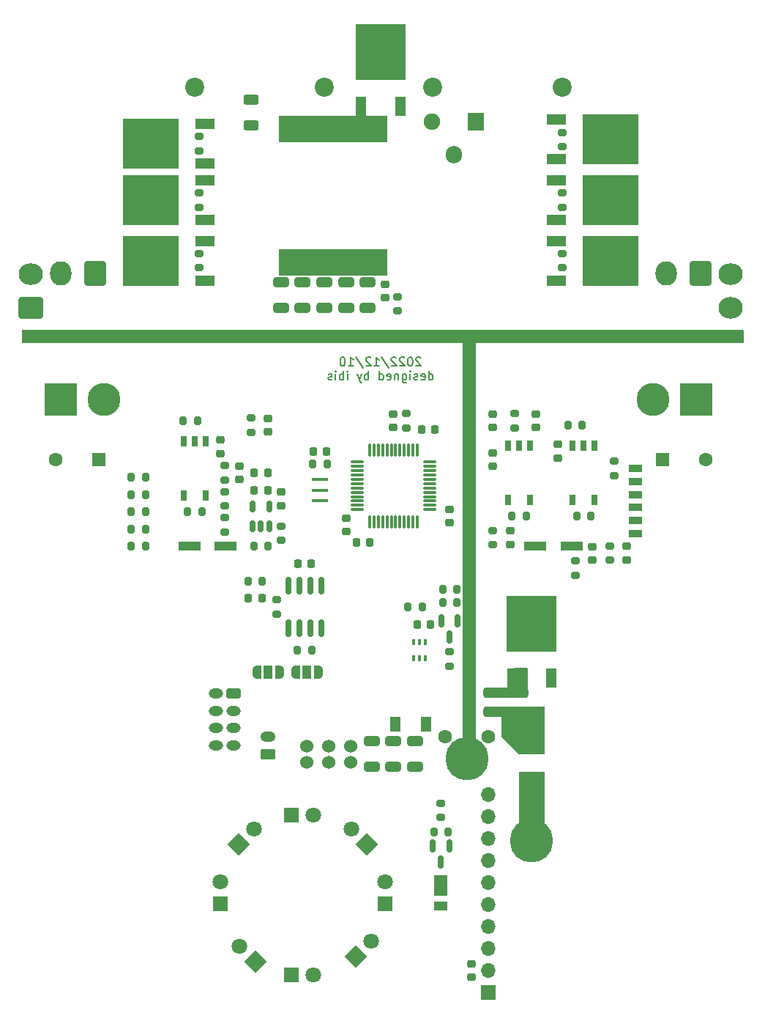
<source format=gbr>
G04 #@! TF.GenerationSoftware,KiCad,Pcbnew,(6.0.8)*
G04 #@! TF.CreationDate,2022-12-10T09:46:59+09:00*
G04 #@! TF.ProjectId,ORION_boost_v3,4f52494f-4e5f-4626-9f6f-73745f76332e,rev?*
G04 #@! TF.SameCoordinates,Original*
G04 #@! TF.FileFunction,Soldermask,Bot*
G04 #@! TF.FilePolarity,Negative*
%FSLAX46Y46*%
G04 Gerber Fmt 4.6, Leading zero omitted, Abs format (unit mm)*
G04 Created by KiCad (PCBNEW (6.0.8)) date 2022-12-10 09:46:59*
%MOMM*%
%LPD*%
G01*
G04 APERTURE LIST*
G04 Aperture macros list*
%AMRoundRect*
0 Rectangle with rounded corners*
0 $1 Rounding radius*
0 $2 $3 $4 $5 $6 $7 $8 $9 X,Y pos of 4 corners*
0 Add a 4 corners polygon primitive as box body*
4,1,4,$2,$3,$4,$5,$6,$7,$8,$9,$2,$3,0*
0 Add four circle primitives for the rounded corners*
1,1,$1+$1,$2,$3*
1,1,$1+$1,$4,$5*
1,1,$1+$1,$6,$7*
1,1,$1+$1,$8,$9*
0 Add four rect primitives between the rounded corners*
20,1,$1+$1,$2,$3,$4,$5,0*
20,1,$1+$1,$4,$5,$6,$7,0*
20,1,$1+$1,$6,$7,$8,$9,0*
20,1,$1+$1,$8,$9,$2,$3,0*%
%AMRotRect*
0 Rectangle, with rotation*
0 The origin of the aperture is its center*
0 $1 length*
0 $2 width*
0 $3 Rotation angle, in degrees counterclockwise*
0 Add horizontal line*
21,1,$1,$2,0,0,$3*%
%AMFreePoly0*
4,1,22,0.550000,-0.750000,0.000000,-0.750000,0.000000,-0.745033,-0.079941,-0.743568,-0.215256,-0.701293,-0.333266,-0.622738,-0.424486,-0.514219,-0.481581,-0.384460,-0.499164,-0.250000,-0.500000,-0.250000,-0.500000,0.250000,-0.499164,0.250000,-0.499963,0.256109,-0.478152,0.396186,-0.417904,0.524511,-0.324060,0.630769,-0.204165,0.706417,-0.067858,0.745374,0.000000,0.744959,0.000000,0.750000,
0.550000,0.750000,0.550000,-0.750000,0.550000,-0.750000,$1*%
%AMFreePoly1*
4,1,20,0.000000,0.744959,0.073905,0.744508,0.209726,0.703889,0.328688,0.626782,0.421226,0.519385,0.479903,0.390333,0.500000,0.250000,0.500000,-0.250000,0.499851,-0.262216,0.476331,-0.402017,0.414519,-0.529596,0.319384,-0.634700,0.198574,-0.708877,0.061801,-0.746166,0.000000,-0.745033,0.000000,-0.750000,-0.550000,-0.750000,-0.550000,0.750000,0.000000,0.750000,0.000000,0.744959,
0.000000,0.744959,$1*%
G04 Aperture macros list end*
%ADD10C,0.150000*%
%ADD11O,2.800000X2.460000*%
%ADD12R,3.800000X3.800000*%
%ADD13C,3.800000*%
%ADD14RoundRect,0.250000X0.625000X-0.350000X0.625000X0.350000X-0.625000X0.350000X-0.625000X-0.350000X0*%
%ADD15O,1.750000X1.200000*%
%ADD16C,1.524000*%
%ADD17RoundRect,0.250000X-0.575000X0.350000X-0.575000X-0.350000X0.575000X-0.350000X0.575000X0.350000X0*%
%ADD18O,1.650000X1.200000*%
%ADD19R,1.700000X1.700000*%
%ADD20O,1.700000X1.700000*%
%ADD21RoundRect,0.500000X-0.500000X2.000000X-0.500000X-2.000000X0.500000X-2.000000X0.500000X2.000000X0*%
%ADD22RoundRect,0.250000X1.150000X-0.980000X1.150000X0.980000X-1.150000X0.980000X-1.150000X-0.980000X0*%
%ADD23C,5.000000*%
%ADD24RoundRect,0.225000X0.575000X-0.225000X0.575000X0.225000X-0.575000X0.225000X-0.575000X-0.225000X0*%
%ADD25R,1.600000X1.600000*%
%ADD26C,1.600000*%
%ADD27RoundRect,0.200000X-0.200000X-0.275000X0.200000X-0.275000X0.200000X0.275000X-0.200000X0.275000X0*%
%ADD28RoundRect,0.250000X-0.625000X0.312500X-0.625000X-0.312500X0.625000X-0.312500X0.625000X0.312500X0*%
%ADD29R,2.580000X1.000000*%
%ADD30R,2.200000X1.200000*%
%ADD31R,6.400000X5.800000*%
%ADD32R,1.200000X1.200000*%
%ADD33R,1.000000X1.200000*%
%ADD34FreePoly0,0.000000*%
%ADD35R,1.000000X1.500000*%
%ADD36FreePoly1,0.000000*%
%ADD37RoundRect,0.200000X0.200000X0.275000X-0.200000X0.275000X-0.200000X-0.275000X0.200000X-0.275000X0*%
%ADD38RoundRect,0.225000X-0.225000X-0.250000X0.225000X-0.250000X0.225000X0.250000X-0.225000X0.250000X0*%
%ADD39RoundRect,0.200000X0.275000X-0.200000X0.275000X0.200000X-0.275000X0.200000X-0.275000X-0.200000X0*%
%ADD40RoundRect,0.150000X0.150000X-0.512500X0.150000X0.512500X-0.150000X0.512500X-0.150000X-0.512500X0*%
%ADD41RoundRect,0.200000X-0.275000X0.200000X-0.275000X-0.200000X0.275000X-0.200000X0.275000X0.200000X0*%
%ADD42RoundRect,0.225000X-0.250000X0.225000X-0.250000X-0.225000X0.250000X-0.225000X0.250000X0.225000X0*%
%ADD43RoundRect,0.250000X0.980000X1.150000X-0.980000X1.150000X-0.980000X-1.150000X0.980000X-1.150000X0*%
%ADD44O,2.460000X2.800000*%
%ADD45RotRect,1.800000X1.800000X45.000000*%
%ADD46C,1.800000*%
%ADD47RoundRect,0.250000X0.650000X-0.325000X0.650000X0.325000X-0.650000X0.325000X-0.650000X-0.325000X0*%
%ADD48RotRect,1.800000X1.800000X135.000000*%
%ADD49RoundRect,0.225000X0.250000X-0.225000X0.250000X0.225000X-0.250000X0.225000X-0.250000X-0.225000X0*%
%ADD50R,1.500000X2.400000*%
%ADD51R,1.500000X1.050000*%
%ADD52R,0.400000X0.650000*%
%ADD53RoundRect,0.225000X0.225000X0.250000X-0.225000X0.250000X-0.225000X-0.250000X0.225000X-0.250000X0*%
%ADD54RoundRect,0.250000X-0.650000X0.325000X-0.650000X-0.325000X0.650000X-0.325000X0.650000X0.325000X0*%
%ADD55R,1.900000X0.400000*%
%ADD56C,2.200000*%
%ADD57R,0.800000X1.200000*%
%ADD58RoundRect,0.150000X-0.150000X0.825000X-0.150000X-0.825000X0.150000X-0.825000X0.150000X0.825000X0*%
%ADD59R,1.800000X1.800000*%
%ADD60RoundRect,0.150000X-0.150000X0.587500X-0.150000X-0.587500X0.150000X-0.587500X0.150000X0.587500X0*%
%ADD61R,1.200000X2.200000*%
%ADD62R,5.800000X6.400000*%
%ADD63R,1.300000X1.700000*%
%ADD64RoundRect,0.218750X0.218750X0.256250X-0.218750X0.256250X-0.218750X-0.256250X0.218750X-0.256250X0*%
%ADD65RoundRect,0.250000X2.350000X-0.325000X2.350000X0.325000X-2.350000X0.325000X-2.350000X-0.325000X0*%
%ADD66RoundRect,0.075000X-0.662500X-0.075000X0.662500X-0.075000X0.662500X0.075000X-0.662500X0.075000X0*%
%ADD67RoundRect,0.075000X-0.075000X-0.662500X0.075000X-0.662500X0.075000X0.662500X-0.075000X0.662500X0*%
%ADD68R,12.500000X3.150000*%
%ADD69R,1.905000X2.000000*%
%ADD70O,1.905000X2.000000*%
%ADD71C,1.905000*%
%ADD72RoundRect,0.218750X0.256250X-0.218750X0.256250X0.218750X-0.256250X0.218750X-0.256250X-0.218750X0*%
%ADD73RoundRect,0.218750X-0.218750X-0.256250X0.218750X-0.256250X0.218750X0.256250X-0.218750X0.256250X0*%
G04 APERTURE END LIST*
D10*
X129666666Y-84242619D02*
X129619047Y-84195000D01*
X129523809Y-84147380D01*
X129285714Y-84147380D01*
X129190476Y-84195000D01*
X129142857Y-84242619D01*
X129095238Y-84337857D01*
X129095238Y-84433095D01*
X129142857Y-84575952D01*
X129714285Y-85147380D01*
X129095238Y-85147380D01*
X128476190Y-84147380D02*
X128380952Y-84147380D01*
X128285714Y-84195000D01*
X128238095Y-84242619D01*
X128190476Y-84337857D01*
X128142857Y-84528333D01*
X128142857Y-84766428D01*
X128190476Y-84956904D01*
X128238095Y-85052142D01*
X128285714Y-85099761D01*
X128380952Y-85147380D01*
X128476190Y-85147380D01*
X128571428Y-85099761D01*
X128619047Y-85052142D01*
X128666666Y-84956904D01*
X128714285Y-84766428D01*
X128714285Y-84528333D01*
X128666666Y-84337857D01*
X128619047Y-84242619D01*
X128571428Y-84195000D01*
X128476190Y-84147380D01*
X127761904Y-84242619D02*
X127714285Y-84195000D01*
X127619047Y-84147380D01*
X127380952Y-84147380D01*
X127285714Y-84195000D01*
X127238095Y-84242619D01*
X127190476Y-84337857D01*
X127190476Y-84433095D01*
X127238095Y-84575952D01*
X127809523Y-85147380D01*
X127190476Y-85147380D01*
X126809523Y-84242619D02*
X126761904Y-84195000D01*
X126666666Y-84147380D01*
X126428571Y-84147380D01*
X126333333Y-84195000D01*
X126285714Y-84242619D01*
X126238095Y-84337857D01*
X126238095Y-84433095D01*
X126285714Y-84575952D01*
X126857142Y-85147380D01*
X126238095Y-85147380D01*
X125095238Y-84099761D02*
X125952380Y-85385476D01*
X124238095Y-85147380D02*
X124809523Y-85147380D01*
X124523809Y-85147380D02*
X124523809Y-84147380D01*
X124619047Y-84290238D01*
X124714285Y-84385476D01*
X124809523Y-84433095D01*
X123857142Y-84242619D02*
X123809523Y-84195000D01*
X123714285Y-84147380D01*
X123476190Y-84147380D01*
X123380952Y-84195000D01*
X123333333Y-84242619D01*
X123285714Y-84337857D01*
X123285714Y-84433095D01*
X123333333Y-84575952D01*
X123904761Y-85147380D01*
X123285714Y-85147380D01*
X122142857Y-84099761D02*
X123000000Y-85385476D01*
X121285714Y-85147380D02*
X121857142Y-85147380D01*
X121571428Y-85147380D02*
X121571428Y-84147380D01*
X121666666Y-84290238D01*
X121761904Y-84385476D01*
X121857142Y-84433095D01*
X120666666Y-84147380D02*
X120571428Y-84147380D01*
X120476190Y-84195000D01*
X120428571Y-84242619D01*
X120380952Y-84337857D01*
X120333333Y-84528333D01*
X120333333Y-84766428D01*
X120380952Y-84956904D01*
X120428571Y-85052142D01*
X120476190Y-85099761D01*
X120571428Y-85147380D01*
X120666666Y-85147380D01*
X120761904Y-85099761D01*
X120809523Y-85052142D01*
X120857142Y-84956904D01*
X120904761Y-84766428D01*
X120904761Y-84528333D01*
X120857142Y-84337857D01*
X120809523Y-84242619D01*
X120761904Y-84195000D01*
X120666666Y-84147380D01*
X130571428Y-86757380D02*
X130571428Y-85757380D01*
X130571428Y-86709761D02*
X130666666Y-86757380D01*
X130857142Y-86757380D01*
X130952380Y-86709761D01*
X131000000Y-86662142D01*
X131047619Y-86566904D01*
X131047619Y-86281190D01*
X131000000Y-86185952D01*
X130952380Y-86138333D01*
X130857142Y-86090714D01*
X130666666Y-86090714D01*
X130571428Y-86138333D01*
X129714285Y-86709761D02*
X129809523Y-86757380D01*
X130000000Y-86757380D01*
X130095238Y-86709761D01*
X130142857Y-86614523D01*
X130142857Y-86233571D01*
X130095238Y-86138333D01*
X130000000Y-86090714D01*
X129809523Y-86090714D01*
X129714285Y-86138333D01*
X129666666Y-86233571D01*
X129666666Y-86328809D01*
X130142857Y-86424047D01*
X129285714Y-86709761D02*
X129190476Y-86757380D01*
X129000000Y-86757380D01*
X128904761Y-86709761D01*
X128857142Y-86614523D01*
X128857142Y-86566904D01*
X128904761Y-86471666D01*
X129000000Y-86424047D01*
X129142857Y-86424047D01*
X129238095Y-86376428D01*
X129285714Y-86281190D01*
X129285714Y-86233571D01*
X129238095Y-86138333D01*
X129142857Y-86090714D01*
X129000000Y-86090714D01*
X128904761Y-86138333D01*
X128428571Y-86757380D02*
X128428571Y-86090714D01*
X128428571Y-85757380D02*
X128476190Y-85805000D01*
X128428571Y-85852619D01*
X128380952Y-85805000D01*
X128428571Y-85757380D01*
X128428571Y-85852619D01*
X127523809Y-86090714D02*
X127523809Y-86900238D01*
X127571428Y-86995476D01*
X127619047Y-87043095D01*
X127714285Y-87090714D01*
X127857142Y-87090714D01*
X127952380Y-87043095D01*
X127523809Y-86709761D02*
X127619047Y-86757380D01*
X127809523Y-86757380D01*
X127904761Y-86709761D01*
X127952380Y-86662142D01*
X128000000Y-86566904D01*
X128000000Y-86281190D01*
X127952380Y-86185952D01*
X127904761Y-86138333D01*
X127809523Y-86090714D01*
X127619047Y-86090714D01*
X127523809Y-86138333D01*
X127047619Y-86090714D02*
X127047619Y-86757380D01*
X127047619Y-86185952D02*
X127000000Y-86138333D01*
X126904761Y-86090714D01*
X126761904Y-86090714D01*
X126666666Y-86138333D01*
X126619047Y-86233571D01*
X126619047Y-86757380D01*
X125761904Y-86709761D02*
X125857142Y-86757380D01*
X126047619Y-86757380D01*
X126142857Y-86709761D01*
X126190476Y-86614523D01*
X126190476Y-86233571D01*
X126142857Y-86138333D01*
X126047619Y-86090714D01*
X125857142Y-86090714D01*
X125761904Y-86138333D01*
X125714285Y-86233571D01*
X125714285Y-86328809D01*
X126190476Y-86424047D01*
X124857142Y-86757380D02*
X124857142Y-85757380D01*
X124857142Y-86709761D02*
X124952380Y-86757380D01*
X125142857Y-86757380D01*
X125238095Y-86709761D01*
X125285714Y-86662142D01*
X125333333Y-86566904D01*
X125333333Y-86281190D01*
X125285714Y-86185952D01*
X125238095Y-86138333D01*
X125142857Y-86090714D01*
X124952380Y-86090714D01*
X124857142Y-86138333D01*
X123619047Y-86757380D02*
X123619047Y-85757380D01*
X123619047Y-86138333D02*
X123523809Y-86090714D01*
X123333333Y-86090714D01*
X123238095Y-86138333D01*
X123190476Y-86185952D01*
X123142857Y-86281190D01*
X123142857Y-86566904D01*
X123190476Y-86662142D01*
X123238095Y-86709761D01*
X123333333Y-86757380D01*
X123523809Y-86757380D01*
X123619047Y-86709761D01*
X122809523Y-86090714D02*
X122571428Y-86757380D01*
X122333333Y-86090714D02*
X122571428Y-86757380D01*
X122666666Y-86995476D01*
X122714285Y-87043095D01*
X122809523Y-87090714D01*
X121190476Y-86757380D02*
X121190476Y-86090714D01*
X121190476Y-85757380D02*
X121238095Y-85805000D01*
X121190476Y-85852619D01*
X121142857Y-85805000D01*
X121190476Y-85757380D01*
X121190476Y-85852619D01*
X120714285Y-86757380D02*
X120714285Y-85757380D01*
X120714285Y-86138333D02*
X120619047Y-86090714D01*
X120428571Y-86090714D01*
X120333333Y-86138333D01*
X120285714Y-86185952D01*
X120238095Y-86281190D01*
X120238095Y-86566904D01*
X120285714Y-86662142D01*
X120333333Y-86709761D01*
X120428571Y-86757380D01*
X120619047Y-86757380D01*
X120714285Y-86709761D01*
X119809523Y-86757380D02*
X119809523Y-86090714D01*
X119809523Y-85757380D02*
X119857142Y-85805000D01*
X119809523Y-85852619D01*
X119761904Y-85805000D01*
X119809523Y-85757380D01*
X119809523Y-85852619D01*
X119380952Y-86709761D02*
X119285714Y-86757380D01*
X119095238Y-86757380D01*
X119000000Y-86709761D01*
X118952380Y-86614523D01*
X118952380Y-86566904D01*
X119000000Y-86471666D01*
X119095238Y-86424047D01*
X119238095Y-86424047D01*
X119333333Y-86376428D01*
X119380952Y-86281190D01*
X119380952Y-86233571D01*
X119333333Y-86138333D01*
X119238095Y-86090714D01*
X119095238Y-86090714D01*
X119000000Y-86138333D01*
D11*
X165450000Y-78480000D03*
X165450000Y-74520000D03*
D12*
X88000000Y-89000000D03*
D13*
X93000000Y-89000000D03*
D14*
X112000000Y-130000000D03*
D15*
X112000000Y-128000000D03*
D16*
X121540000Y-130951000D03*
X119000000Y-130951000D03*
X116460000Y-130951000D03*
D17*
X108000000Y-123000000D03*
D18*
X106000000Y-123000000D03*
X108000000Y-125000000D03*
X106000000Y-125000000D03*
X108000000Y-127000000D03*
X106000000Y-127000000D03*
X108000000Y-129000000D03*
X106000000Y-129000000D03*
D19*
X137500000Y-157500000D03*
D20*
X137500000Y-154960000D03*
X137500000Y-152420000D03*
X137500000Y-149880000D03*
X137500000Y-147340000D03*
X137500000Y-144800000D03*
X137500000Y-142260000D03*
X137500000Y-139720000D03*
X137500000Y-137180000D03*
X137500000Y-134640000D03*
D21*
X142500000Y-127250000D03*
X142500000Y-134750000D03*
D22*
X84550000Y-78480000D03*
D11*
X84550000Y-74520000D03*
D16*
X116460000Y-129049000D03*
X119000000Y-129049000D03*
X121540000Y-129049000D03*
D12*
X161500000Y-89000000D03*
D13*
X156500000Y-89000000D03*
D23*
X142500000Y-140000000D03*
D24*
X154500000Y-104500000D03*
X154500000Y-103000000D03*
X154500000Y-101500000D03*
X154500000Y-100000000D03*
X154500000Y-98500000D03*
X154500000Y-97000000D03*
D23*
X135000000Y-130500000D03*
D25*
X92402651Y-96000000D03*
D26*
X87402651Y-96000000D03*
D27*
X109675000Y-110000000D03*
X111325000Y-110000000D03*
D28*
X110000000Y-57362500D03*
X110000000Y-54437500D03*
D29*
X102915000Y-106000000D03*
X107085000Y-106000000D03*
D30*
X104700000Y-70720000D03*
D31*
X98400000Y-73000000D03*
D32*
X105200000Y-75280000D03*
D33*
X104106800Y-75280000D03*
D34*
X115200000Y-120500000D03*
D35*
X116500000Y-120500000D03*
D36*
X117800000Y-120500000D03*
D37*
X97825000Y-104000000D03*
X96175000Y-104000000D03*
D38*
X117225000Y-95000000D03*
X118775000Y-95000000D03*
D25*
X157597349Y-96000000D03*
D26*
X162597349Y-96000000D03*
D39*
X138000000Y-105825000D03*
X138000000Y-104175000D03*
D37*
X104325000Y-102000000D03*
X102675000Y-102000000D03*
D40*
X112125000Y-103637500D03*
X111175000Y-103637500D03*
X110225000Y-103637500D03*
X110225000Y-101362500D03*
X112125000Y-101362500D03*
D41*
X107000000Y-99675000D03*
X107000000Y-101325000D03*
D37*
X97825000Y-102000000D03*
X96175000Y-102000000D03*
X112000000Y-106000000D03*
X110350000Y-106000000D03*
D42*
X133000000Y-101725000D03*
X133000000Y-103275000D03*
D27*
X128175000Y-113000000D03*
X129825000Y-113000000D03*
D43*
X91980000Y-74450000D03*
D44*
X88020000Y-74450000D03*
D45*
X108598439Y-140401561D03*
D46*
X110394490Y-138605510D03*
D47*
X124000000Y-131475000D03*
X124000000Y-128525000D03*
D39*
X147500000Y-109325000D03*
X147500000Y-107675000D03*
D48*
X123401561Y-140401561D03*
D46*
X121605510Y-138605510D03*
D42*
X140000000Y-104225000D03*
X140000000Y-105775000D03*
D38*
X129225000Y-115000000D03*
X130775000Y-115000000D03*
D30*
X145300000Y-61280000D03*
D31*
X151600000Y-59000000D03*
D30*
X145300000Y-56720000D03*
D41*
X128000000Y-90675000D03*
X128000000Y-92325000D03*
D38*
X129725000Y-92500000D03*
X131275000Y-92500000D03*
D27*
X132175000Y-111000000D03*
X133825000Y-111000000D03*
D41*
X104000000Y-65175000D03*
X104000000Y-66825000D03*
X133000000Y-118175000D03*
X133000000Y-119825000D03*
D49*
X125500000Y-77275000D03*
X125500000Y-75725000D03*
D50*
X132000000Y-145150000D03*
D51*
X132000000Y-147525000D03*
D37*
X97825000Y-100000000D03*
X96175000Y-100000000D03*
D52*
X128850000Y-117050000D03*
X129500000Y-117050000D03*
X130150000Y-117050000D03*
X130150000Y-118950000D03*
X129500000Y-118950000D03*
X128850000Y-118950000D03*
D41*
X146000000Y-72175000D03*
X146000000Y-73825000D03*
X140500000Y-90675000D03*
X140500000Y-92325000D03*
D53*
X111275000Y-112000000D03*
X109725000Y-112000000D03*
D54*
X118500000Y-75525000D03*
X118500000Y-78475000D03*
D30*
X104700000Y-57220000D03*
D31*
X98400000Y-59500000D03*
D30*
X104700000Y-61780000D03*
D49*
X121000000Y-104275000D03*
X121000000Y-102725000D03*
D30*
X104700000Y-63720000D03*
D31*
X98400000Y-66000000D03*
D30*
X104700000Y-68280000D03*
D49*
X106500000Y-95275000D03*
X106500000Y-93725000D03*
D55*
X118000000Y-98300000D03*
X118000000Y-99500000D03*
X118000000Y-100700000D03*
D39*
X132000000Y-137325000D03*
X132000000Y-135675000D03*
D56*
X146000000Y-53000000D03*
X131000000Y-53000000D03*
D57*
X149770000Y-100650000D03*
X147230000Y-100650000D03*
X147230000Y-94350000D03*
X148500000Y-94350000D03*
X149770000Y-94350000D03*
D27*
X146675000Y-92000000D03*
X148325000Y-92000000D03*
D26*
X132500000Y-128000000D03*
X137500000Y-128000000D03*
D37*
X118825000Y-96500000D03*
X117175000Y-96500000D03*
D49*
X143000000Y-92275000D03*
X143000000Y-90725000D03*
X138000000Y-92275000D03*
X138000000Y-90725000D03*
X126500000Y-92275000D03*
X126500000Y-90725000D03*
D41*
X107000000Y-102675000D03*
X107000000Y-104325000D03*
D58*
X114320000Y-110525000D03*
X115590000Y-110525000D03*
X116860000Y-110525000D03*
X118130000Y-110525000D03*
X118130000Y-115475000D03*
X116860000Y-115475000D03*
X115590000Y-115475000D03*
X114320000Y-115475000D03*
D59*
X106500000Y-147275000D03*
D46*
X106500000Y-144735000D03*
D49*
X135500000Y-155775000D03*
X135500000Y-154225000D03*
D41*
X110000000Y-91175000D03*
X110000000Y-92825000D03*
D60*
X132050000Y-114562500D03*
X133950000Y-114562500D03*
X133000000Y-116437500D03*
D61*
X144780000Y-121200000D03*
D62*
X142500000Y-114900000D03*
D61*
X140220000Y-121200000D03*
D42*
X138000000Y-95225000D03*
X138000000Y-96775000D03*
D41*
X146000000Y-58175000D03*
X146000000Y-59825000D03*
D63*
X126750000Y-126500000D03*
X130250000Y-126500000D03*
D64*
X111962500Y-97500000D03*
X110387500Y-97500000D03*
D37*
X117050000Y-118000000D03*
X115400000Y-118000000D03*
D39*
X152000000Y-97825000D03*
X152000000Y-96175000D03*
D42*
X145500000Y-94225000D03*
X145500000Y-95775000D03*
D47*
X126500000Y-131475000D03*
X126500000Y-128525000D03*
D65*
X139500000Y-125125000D03*
X139500000Y-122875000D03*
D37*
X97825000Y-106000000D03*
X96175000Y-106000000D03*
D59*
X114725000Y-155500000D03*
D46*
X117265000Y-155500000D03*
D54*
X121000000Y-75525000D03*
X121000000Y-78475000D03*
D27*
X102175000Y-91500000D03*
X103825000Y-91500000D03*
D57*
X104770000Y-100150000D03*
X102230000Y-100150000D03*
X102230000Y-93850000D03*
X103500000Y-93850000D03*
X104770000Y-93850000D03*
D39*
X127000000Y-78825000D03*
X127000000Y-77175000D03*
D54*
X116000000Y-75525000D03*
X116000000Y-78475000D03*
D48*
X110500000Y-154000000D03*
D46*
X108703949Y-152203949D03*
D66*
X122337500Y-101750000D03*
X122337500Y-101250000D03*
X122337500Y-100750000D03*
X122337500Y-100250000D03*
X122337500Y-99750000D03*
X122337500Y-99250000D03*
X122337500Y-98750000D03*
X122337500Y-98250000D03*
X122337500Y-97750000D03*
X122337500Y-97250000D03*
X122337500Y-96750000D03*
X122337500Y-96250000D03*
D67*
X123750000Y-94837500D03*
X124250000Y-94837500D03*
X124750000Y-94837500D03*
X125250000Y-94837500D03*
X125750000Y-94837500D03*
X126250000Y-94837500D03*
X126750000Y-94837500D03*
X127250000Y-94837500D03*
X127750000Y-94837500D03*
X128250000Y-94837500D03*
X128750000Y-94837500D03*
X129250000Y-94837500D03*
D66*
X130662500Y-96250000D03*
X130662500Y-96750000D03*
X130662500Y-97250000D03*
X130662500Y-97750000D03*
X130662500Y-98250000D03*
X130662500Y-98750000D03*
X130662500Y-99250000D03*
X130662500Y-99750000D03*
X130662500Y-100250000D03*
X130662500Y-100750000D03*
X130662500Y-101250000D03*
X130662500Y-101750000D03*
D67*
X129250000Y-103162500D03*
X128750000Y-103162500D03*
X128250000Y-103162500D03*
X127750000Y-103162500D03*
X127250000Y-103162500D03*
X126750000Y-103162500D03*
X126250000Y-103162500D03*
X125750000Y-103162500D03*
X125250000Y-103162500D03*
X124750000Y-103162500D03*
X124250000Y-103162500D03*
X123750000Y-103162500D03*
D41*
X107000000Y-96675000D03*
X107000000Y-98325000D03*
D68*
X119500000Y-73175000D03*
X119500000Y-57825000D03*
D38*
X115450000Y-108000000D03*
X117000000Y-108000000D03*
D69*
X136040000Y-56907500D03*
D70*
X133500000Y-60717500D03*
D71*
X130960000Y-56907500D03*
D42*
X149500000Y-106012500D03*
X149500000Y-107562500D03*
D54*
X113500000Y-75525000D03*
X113500000Y-78475000D03*
D59*
X125500000Y-147275000D03*
D46*
X125500000Y-144735000D03*
D43*
X161980000Y-74450000D03*
D44*
X158020000Y-74450000D03*
D47*
X129000000Y-131475000D03*
X129000000Y-128525000D03*
D45*
X122098439Y-153401561D03*
D46*
X123894490Y-151605510D03*
D41*
X113500000Y-103675000D03*
X113500000Y-105325000D03*
X104000000Y-72175000D03*
X104000000Y-73825000D03*
D49*
X108675000Y-98275000D03*
X108675000Y-96725000D03*
X112000000Y-92775000D03*
X112000000Y-91225000D03*
D57*
X142270000Y-100650000D03*
X139730000Y-100650000D03*
X139730000Y-94350000D03*
X141000000Y-94350000D03*
X142270000Y-94350000D03*
D59*
X114725000Y-137000000D03*
D46*
X117265000Y-137000000D03*
D41*
X104000000Y-58675000D03*
X104000000Y-60325000D03*
D54*
X123500000Y-75525000D03*
X123500000Y-78475000D03*
D56*
X103500000Y-53000000D03*
X118500000Y-53000000D03*
D60*
X131050000Y-140562500D03*
X132950000Y-140562500D03*
X132000000Y-142437500D03*
D37*
X141825000Y-102500000D03*
X140175000Y-102500000D03*
D53*
X123775000Y-105500000D03*
X122225000Y-105500000D03*
D34*
X110700000Y-120500000D03*
D35*
X112000000Y-120500000D03*
D36*
X113300000Y-120500000D03*
D30*
X145300000Y-75280000D03*
D31*
X151600000Y-73000000D03*
D32*
X144800000Y-70720000D03*
D33*
X145893200Y-70720000D03*
D37*
X132825000Y-139000000D03*
X131175000Y-139000000D03*
D62*
X125000000Y-48900000D03*
D61*
X122720000Y-55200000D03*
X127280000Y-55200000D03*
D49*
X113500000Y-101275000D03*
X113500000Y-99725000D03*
D41*
X146000000Y-65175000D03*
X146000000Y-66825000D03*
D29*
X147085000Y-106000000D03*
X142915000Y-106000000D03*
D37*
X133825000Y-112500000D03*
X132175000Y-112500000D03*
D30*
X145300000Y-68280000D03*
D31*
X151600000Y-66000000D03*
D30*
X145300000Y-63720000D03*
D72*
X153500000Y-107575000D03*
X153500000Y-106000000D03*
D39*
X151500000Y-107612500D03*
X151500000Y-105962500D03*
D37*
X149325000Y-102500000D03*
X147675000Y-102500000D03*
D41*
X113000000Y-112175000D03*
X113000000Y-113825000D03*
D73*
X110387500Y-99500000D03*
X111962500Y-99500000D03*
D37*
X97825000Y-98000000D03*
X96175000Y-98000000D03*
G36*
X143942121Y-132020002D02*
G01*
X143988614Y-132073658D01*
X144000000Y-132126000D01*
X144000000Y-138374000D01*
X143979998Y-138442121D01*
X143926342Y-138488614D01*
X143874000Y-138500000D01*
X141126000Y-138500000D01*
X141057879Y-138479998D01*
X141011386Y-138426342D01*
X141000000Y-138374000D01*
X141000000Y-132126000D01*
X141020002Y-132057879D01*
X141073658Y-132011386D01*
X141126000Y-132000000D01*
X143874000Y-132000000D01*
X143942121Y-132020002D01*
G37*
G36*
X166942121Y-81020002D02*
G01*
X166988614Y-81073658D01*
X167000000Y-81126000D01*
X167000000Y-82374000D01*
X166979998Y-82442121D01*
X166926342Y-82488614D01*
X166874000Y-82500000D01*
X136018115Y-82500000D01*
X136002876Y-82504475D01*
X136001671Y-82505865D01*
X136000000Y-82513548D01*
X136000000Y-128874000D01*
X135979998Y-128942121D01*
X135926342Y-128988614D01*
X135874000Y-129000000D01*
X134626000Y-129000000D01*
X134557879Y-128979998D01*
X134511386Y-128926342D01*
X134500000Y-128874000D01*
X134500000Y-82518115D01*
X134495525Y-82502876D01*
X134494135Y-82501671D01*
X134486452Y-82500000D01*
X83626000Y-82500000D01*
X83557879Y-82479998D01*
X83511386Y-82426342D01*
X83500000Y-82374000D01*
X83500000Y-81126000D01*
X83520002Y-81057879D01*
X83573658Y-81011386D01*
X83626000Y-81000000D01*
X166874000Y-81000000D01*
X166942121Y-81020002D01*
G37*
G36*
X141942121Y-120020002D02*
G01*
X141988614Y-120073658D01*
X142000000Y-120126000D01*
X142000000Y-122874000D01*
X141979998Y-122942121D01*
X141926342Y-122988614D01*
X141874000Y-123000000D01*
X140626000Y-123000000D01*
X140557879Y-122979998D01*
X140511386Y-122926342D01*
X140500000Y-122874000D01*
X140500000Y-120126000D01*
X140520002Y-120057879D01*
X140573658Y-120011386D01*
X140626000Y-120000000D01*
X141874000Y-120000000D01*
X141942121Y-120020002D01*
G37*
G36*
X143942121Y-124520002D02*
G01*
X143988614Y-124573658D01*
X144000000Y-124626000D01*
X144000000Y-129874000D01*
X143979998Y-129942121D01*
X143926342Y-129988614D01*
X143874000Y-130000000D01*
X141052190Y-130000000D01*
X140984069Y-129979998D01*
X140963095Y-129963095D01*
X139036905Y-128036905D01*
X139002879Y-127974593D01*
X139000000Y-127947810D01*
X139000000Y-124626000D01*
X139020002Y-124557879D01*
X139073658Y-124511386D01*
X139126000Y-124500000D01*
X143874000Y-124500000D01*
X143942121Y-124520002D01*
G37*
M02*

</source>
